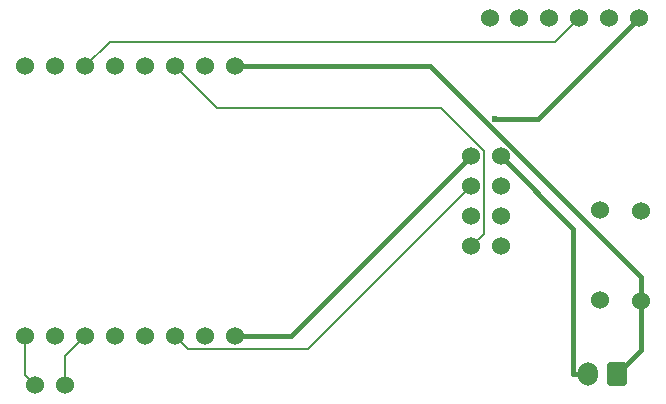
<source format=gbr>
%TF.GenerationSoftware,KiCad,Pcbnew,8.0.5*%
%TF.CreationDate,2024-10-20T20:04:23+02:00*%
%TF.ProjectId,weather,77656174-6865-4722-9e6b-696361645f70,rev?*%
%TF.SameCoordinates,Original*%
%TF.FileFunction,Copper,L2,Bot*%
%TF.FilePolarity,Positive*%
%FSLAX46Y46*%
G04 Gerber Fmt 4.6, Leading zero omitted, Abs format (unit mm)*
G04 Created by KiCad (PCBNEW 8.0.5) date 2024-10-20 20:04:23*
%MOMM*%
%LPD*%
G01*
G04 APERTURE LIST*
G04 Aperture macros list*
%AMRoundRect*
0 Rectangle with rounded corners*
0 $1 Rounding radius*
0 $2 $3 $4 $5 $6 $7 $8 $9 X,Y pos of 4 corners*
0 Add a 4 corners polygon primitive as box body*
4,1,4,$2,$3,$4,$5,$6,$7,$8,$9,$2,$3,0*
0 Add four circle primitives for the rounded corners*
1,1,$1+$1,$2,$3*
1,1,$1+$1,$4,$5*
1,1,$1+$1,$6,$7*
1,1,$1+$1,$8,$9*
0 Add four rect primitives between the rounded corners*
20,1,$1+$1,$2,$3,$4,$5,0*
20,1,$1+$1,$4,$5,$6,$7,0*
20,1,$1+$1,$6,$7,$8,$9,0*
20,1,$1+$1,$8,$9,$2,$3,0*%
G04 Aperture macros list end*
%TA.AperFunction,ComponentPad*%
%ADD10C,1.524000*%
%TD*%
%TA.AperFunction,ComponentPad*%
%ADD11RoundRect,0.250000X0.600000X0.750000X-0.600000X0.750000X-0.600000X-0.750000X0.600000X-0.750000X0*%
%TD*%
%TA.AperFunction,ComponentPad*%
%ADD12O,1.700000X2.000000*%
%TD*%
%TA.AperFunction,ViaPad*%
%ADD13C,0.600000*%
%TD*%
%TA.AperFunction,Conductor*%
%ADD14C,0.400000*%
%TD*%
%TA.AperFunction,Conductor*%
%ADD15C,0.200000*%
%TD*%
G04 APERTURE END LIST*
D10*
%TO.P,R1,1*%
%TO.N,BAT*%
X116000000Y-93330000D03*
%TO.P,R1,2*%
%TO.N,Net-(R1-Pad2)*%
X116000000Y-85710000D03*
%TD*%
%TO.P,R2,1*%
%TO.N,Net-(R1-Pad2)*%
X112500000Y-85670000D03*
%TO.P,R2,2*%
%TO.N,/A0*%
X112500000Y-93290000D03*
%TD*%
%TO.P,ESP8266,1,TX*%
%TO.N,unconnected-(ESP8266-TX-Pad1)*%
X63840000Y-73500000D03*
%TO.P,ESP8266,2,RX*%
%TO.N,unconnected-(ESP8266-RX-Pad2)*%
X66380000Y-73500000D03*
%TO.P,ESP8266,3,D1*%
%TO.N,/BME_I2C_SCL*%
X68920000Y-73500000D03*
%TO.P,ESP8266,4,D2*%
%TO.N,/BME_I2C_SDA*%
X71460000Y-73500000D03*
%TO.P,ESP8266,5,D3*%
%TO.N,/DIS_BUSY*%
X74000000Y-73500000D03*
%TO.P,ESP8266,6,D4*%
%TO.N,/DIS_RST*%
X76540000Y-73500000D03*
%TO.P,ESP8266,7,GND*%
%TO.N,GND*%
X79080000Y-73500000D03*
%TO.P,ESP8266,8,VBUS*%
%TO.N,BAT*%
X81620000Y-73500000D03*
%TO.P,ESP8266,9,3V3*%
%TO.N,3V3*%
X81620000Y-96360000D03*
%TO.P,ESP8266,10,D8*%
%TO.N,/DIS_CS*%
X79080000Y-96360000D03*
%TO.P,ESP8266,11,D7*%
%TO.N,/DIS_SDA*%
X76540000Y-96360000D03*
%TO.P,ESP8266,12,D6*%
%TO.N,/DIS_DC*%
X74000000Y-96360000D03*
%TO.P,ESP8266,13,D5*%
%TO.N,/DIS_SCL*%
X71460000Y-96360000D03*
%TO.P,ESP8266,14,D0*%
%TO.N,/D0*%
X68920000Y-96360000D03*
%TO.P,ESP8266,15,A0*%
%TO.N,/A0*%
X66380000Y-96360000D03*
%TO.P,ESP8266,16,RST*%
%TO.N,/RST*%
X63840000Y-96360000D03*
%TD*%
%TO.P,BME280,1,VCC*%
%TO.N,3V3*%
X115800000Y-69420000D03*
%TO.P,BME280,2,GND*%
%TO.N,GND*%
X113260000Y-69420000D03*
%TO.P,BME280,3,SCL*%
%TO.N,/BME_I2C_SCL*%
X110720000Y-69420000D03*
%TO.P,BME280,4,SDA*%
%TO.N,/BME_I2C_SDA*%
X108180000Y-69420000D03*
%TO.P,BME280,5,CSB*%
%TO.N,unconnected-(BME280-CSB-Pad5)*%
X105640000Y-69420000D03*
%TO.P,BME280,6,SDO*%
%TO.N,unconnected-(BME280-SDO-Pad6)*%
X103220000Y-69420000D03*
%TD*%
D11*
%TO.P,-      +,1,+*%
%TO.N,BAT*%
X114000000Y-99500000D03*
D12*
%TO.P,-      +,2,-*%
%TO.N,GND*%
X111500000Y-99500000D03*
%TD*%
D10*
%TO.P,JP1,1,A*%
%TO.N,/D0*%
X67240000Y-100500000D03*
%TO.P,JP1,2,B*%
%TO.N,/RST*%
X64700000Y-100500000D03*
%TD*%
%TO.P,WeAct154EPD1,1,BUSY*%
%TO.N,/DIS_BUSY*%
X104140000Y-88740000D03*
%TO.P,WeAct154EPD1,2,RST*%
%TO.N,/DIS_RST*%
X101600000Y-88740000D03*
%TO.P,WeAct154EPD1,3,DC*%
%TO.N,/DIS_DC*%
X104140000Y-86200000D03*
%TO.P,WeAct154EPD1,4,CS*%
%TO.N,/DIS_CS*%
X101600000Y-86200000D03*
%TO.P,WeAct154EPD1,5,SCL*%
%TO.N,/DIS_SCL*%
X104140000Y-83660000D03*
%TO.P,WeAct154EPD1,6,SDA*%
%TO.N,/DIS_SDA*%
X101600000Y-83660000D03*
%TO.P,WeAct154EPD1,7,GND*%
%TO.N,GND*%
X104140000Y-81120000D03*
%TO.P,WeAct154EPD1,8,VCC*%
%TO.N,3V3*%
X101600000Y-81120000D03*
%TD*%
D13*
%TO.N,3V3*%
X103673400Y-77919400D03*
%TD*%
D14*
%TO.N,3V3*%
X107300600Y-77919400D02*
X115800000Y-69420000D01*
X103673400Y-77919400D02*
X107300600Y-77919400D01*
X101600000Y-81120000D02*
X86360000Y-96360000D01*
X86360000Y-96360000D02*
X81620000Y-96360000D01*
D15*
%TO.N,/BME_I2C_SCL*%
X71021400Y-71398600D02*
X68920000Y-73500000D01*
X108741400Y-71398600D02*
X71021400Y-71398600D01*
X110720000Y-69420000D02*
X108741400Y-71398600D01*
D14*
%TO.N,GND*%
X111500000Y-99500000D02*
X110248300Y-99500000D01*
X104140000Y-81120000D02*
X110248300Y-87228300D01*
X110248300Y-87228300D02*
X110248300Y-99500000D01*
%TO.N,BAT*%
X116000000Y-91323200D02*
X116000000Y-93330000D01*
X81620000Y-73500000D02*
X98176800Y-73500000D01*
X116000000Y-97500000D02*
X116000000Y-93330000D01*
X98176800Y-73500000D02*
X116000000Y-91323200D01*
X114000000Y-99500000D02*
X116000000Y-97500000D01*
D15*
%TO.N,/DIS_SDA*%
X87819600Y-97440400D02*
X77620400Y-97440400D01*
X101600000Y-83660000D02*
X87819600Y-97440400D01*
X77620400Y-97440400D02*
X76540000Y-96360000D01*
%TO.N,/DIS_RST*%
X102676600Y-80647900D02*
X99076400Y-77047700D01*
X101600000Y-88740000D02*
X102676600Y-87663400D01*
X80087700Y-77047700D02*
X76540000Y-73500000D01*
X102676600Y-87663400D02*
X102676600Y-80647900D01*
X99076400Y-77047700D02*
X80087700Y-77047700D01*
%TO.N,/D0*%
X67240000Y-98040000D02*
X68920000Y-96360000D01*
X67240000Y-100500000D02*
X67240000Y-98040000D01*
%TO.N,/RST*%
X64700000Y-100500000D02*
X63840000Y-99640000D01*
X63840000Y-99640000D02*
X63840000Y-96360000D01*
%TD*%
M02*

</source>
